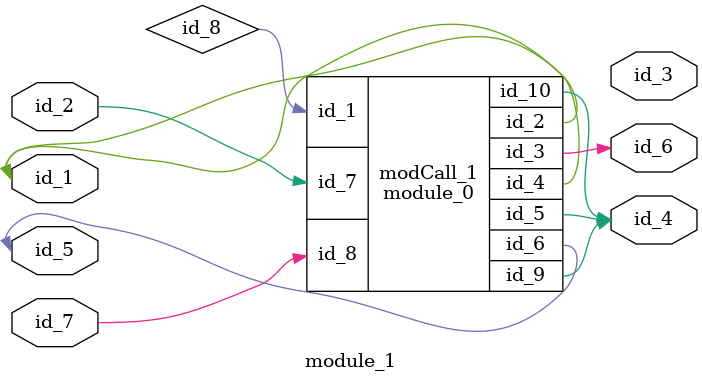
<source format=v>
module module_0 (
    id_1,
    id_2,
    id_3,
    id_4,
    id_5,
    id_6,
    id_7,
    id_8,
    id_9,
    id_10
);
  output wire id_10;
  output wire id_9;
  input wire id_8;
  input wire id_7;
  output wire id_6;
  output wire id_5;
  output wire id_4;
  output wire id_3;
  inout wire id_2;
  input wire id_1;
endmodule
module module_1 (
    id_1,
    id_2,
    id_3,
    id_4,
    id_5,
    id_6,
    id_7
);
  input wire id_7;
  output wire id_6;
  inout wire id_5;
  output wire id_4;
  output wire id_3;
  input wire id_2;
  inout wire id_1;
  wire id_8;
  module_0 modCall_1 (
      id_8,
      id_1,
      id_6,
      id_1,
      id_4,
      id_5,
      id_2,
      id_7,
      id_4,
      id_4
  );
endmodule

</source>
